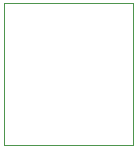
<source format=gbr>
%TF.GenerationSoftware,KiCad,Pcbnew,7.0.11*%
%TF.CreationDate,2024-12-11T11:32:47-03:00*%
%TF.ProjectId,Placa_SiPM,506c6163-615f-4536-9950-4d2e6b696361,rev?*%
%TF.SameCoordinates,Original*%
%TF.FileFunction,Profile,NP*%
%FSLAX46Y46*%
G04 Gerber Fmt 4.6, Leading zero omitted, Abs format (unit mm)*
G04 Created by KiCad (PCBNEW 7.0.11) date 2024-12-11 11:32:47*
%MOMM*%
%LPD*%
G01*
G04 APERTURE LIST*
%TA.AperFunction,Profile*%
%ADD10C,0.050000*%
%TD*%
G04 APERTURE END LIST*
D10*
X145000000Y-117000000D02*
X156000000Y-117000000D01*
X156000000Y-129000000D01*
X145000000Y-129000000D01*
X145000000Y-117000000D01*
M02*

</source>
